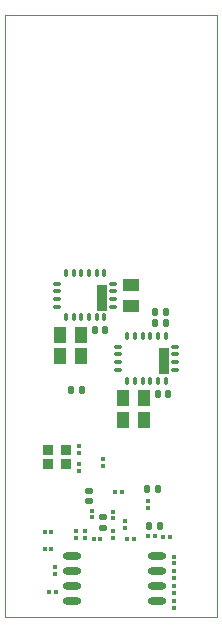
<source format=gbp>
%FSLAX44Y44*%
%MOMM*%
G71*
G01*
G75*
G04 Layer_Color=128*
G04:AMPARAMS|DCode=10|XSize=0.6mm|YSize=0.5mm|CornerRadius=0.05mm|HoleSize=0mm|Usage=FLASHONLY|Rotation=270.000|XOffset=0mm|YOffset=0mm|HoleType=Round|Shape=RoundedRectangle|*
%AMROUNDEDRECTD10*
21,1,0.6000,0.4000,0,0,270.0*
21,1,0.5000,0.5000,0,0,270.0*
1,1,0.1000,-0.2000,-0.2500*
1,1,0.1000,-0.2000,0.2500*
1,1,0.1000,0.2000,0.2500*
1,1,0.1000,0.2000,-0.2500*
%
%ADD10ROUNDEDRECTD10*%
G04:AMPARAMS|DCode=11|XSize=0.4mm|YSize=0.37mm|CornerRadius=0.037mm|HoleSize=0mm|Usage=FLASHONLY|Rotation=90.000|XOffset=0mm|YOffset=0mm|HoleType=Round|Shape=RoundedRectangle|*
%AMROUNDEDRECTD11*
21,1,0.4000,0.2960,0,0,90.0*
21,1,0.3260,0.3700,0,0,90.0*
1,1,0.0740,0.1480,0.1630*
1,1,0.0740,0.1480,-0.1630*
1,1,0.0740,-0.1480,-0.1630*
1,1,0.0740,-0.1480,0.1630*
%
%ADD11ROUNDEDRECTD11*%
%ADD12R,0.5400X0.7400*%
%ADD13R,0.7400X0.5400*%
G04:AMPARAMS|DCode=14|XSize=0.8mm|YSize=0.8mm|CornerRadius=0.12mm|HoleSize=0mm|Usage=FLASHONLY|Rotation=0.000|XOffset=0mm|YOffset=0mm|HoleType=Round|Shape=RoundedRectangle|*
%AMROUNDEDRECTD14*
21,1,0.8000,0.5600,0,0,0.0*
21,1,0.5600,0.8000,0,0,0.0*
1,1,0.2400,0.2800,-0.2800*
1,1,0.2400,-0.2800,-0.2800*
1,1,0.2400,-0.2800,0.2800*
1,1,0.2400,0.2800,0.2800*
%
%ADD14ROUNDEDRECTD14*%
%ADD15C,0.3500*%
%ADD16O,1.4000X0.6000*%
G04:AMPARAMS|DCode=17|XSize=0.8mm|YSize=0.8mm|CornerRadius=0.12mm|HoleSize=0mm|Usage=FLASHONLY|Rotation=270.000|XOffset=0mm|YOffset=0mm|HoleType=Round|Shape=RoundedRectangle|*
%AMROUNDEDRECTD17*
21,1,0.8000,0.5600,0,0,270.0*
21,1,0.5600,0.8000,0,0,270.0*
1,1,0.2400,-0.2800,-0.2800*
1,1,0.2400,-0.2800,0.2800*
1,1,0.2400,0.2800,0.2800*
1,1,0.2400,0.2800,-0.2800*
%
%ADD17ROUNDEDRECTD17*%
G04:AMPARAMS|DCode=18|XSize=0.6mm|YSize=0.5mm|CornerRadius=0.05mm|HoleSize=0mm|Usage=FLASHONLY|Rotation=180.000|XOffset=0mm|YOffset=0mm|HoleType=Round|Shape=RoundedRectangle|*
%AMROUNDEDRECTD18*
21,1,0.6000,0.4000,0,0,180.0*
21,1,0.5000,0.5000,0,0,180.0*
1,1,0.1000,-0.2500,0.2000*
1,1,0.1000,0.2500,0.2000*
1,1,0.1000,0.2500,-0.2000*
1,1,0.1000,-0.2500,-0.2000*
%
%ADD18ROUNDEDRECTD18*%
%ADD19O,0.8000X1.4700*%
G04:AMPARAMS|DCode=20|XSize=0.95mm|YSize=0.85mm|CornerRadius=0.2125mm|HoleSize=0mm|Usage=FLASHONLY|Rotation=180.000|XOffset=0mm|YOffset=0mm|HoleType=Round|Shape=RoundedRectangle|*
%AMROUNDEDRECTD20*
21,1,0.9500,0.4250,0,0,180.0*
21,1,0.5250,0.8500,0,0,180.0*
1,1,0.4250,-0.2625,0.2125*
1,1,0.4250,0.2625,0.2125*
1,1,0.4250,0.2625,-0.2125*
1,1,0.4250,-0.2625,-0.2125*
%
%ADD20ROUNDEDRECTD20*%
G04:AMPARAMS|DCode=21|XSize=1mm|YSize=0.6mm|CornerRadius=0.15mm|HoleSize=0mm|Usage=FLASHONLY|Rotation=180.000|XOffset=0mm|YOffset=0mm|HoleType=Round|Shape=RoundedRectangle|*
%AMROUNDEDRECTD21*
21,1,1.0000,0.3000,0,0,180.0*
21,1,0.7000,0.6000,0,0,180.0*
1,1,0.3000,-0.3500,0.1500*
1,1,0.3000,0.3500,0.1500*
1,1,0.3000,0.3500,-0.1500*
1,1,0.3000,-0.3500,-0.1500*
%
%ADD21ROUNDEDRECTD21*%
G04:AMPARAMS|DCode=22|XSize=1.45mm|YSize=1.4mm|CornerRadius=0.35mm|HoleSize=0mm|Usage=FLASHONLY|Rotation=0.000|XOffset=0mm|YOffset=0mm|HoleType=Round|Shape=RoundedRectangle|*
%AMROUNDEDRECTD22*
21,1,1.4500,0.7000,0,0,0.0*
21,1,0.7500,1.4000,0,0,0.0*
1,1,0.7000,0.3750,-0.3500*
1,1,0.7000,-0.3750,-0.3500*
1,1,0.7000,-0.3750,0.3500*
1,1,0.7000,0.3750,0.3500*
%
%ADD22ROUNDEDRECTD22*%
G04:AMPARAMS|DCode=23|XSize=0.6mm|YSize=1.25mm|CornerRadius=0.15mm|HoleSize=0mm|Usage=FLASHONLY|Rotation=0.000|XOffset=0mm|YOffset=0mm|HoleType=Round|Shape=RoundedRectangle|*
%AMROUNDEDRECTD23*
21,1,0.6000,0.9500,0,0,0.0*
21,1,0.3000,1.2500,0,0,0.0*
1,1,0.3000,0.1500,-0.4750*
1,1,0.3000,-0.1500,-0.4750*
1,1,0.3000,-0.1500,0.4750*
1,1,0.3000,0.1500,0.4750*
%
%ADD23ROUNDEDRECTD23*%
G04:AMPARAMS|DCode=24|XSize=3.79mm|YSize=1.2mm|CornerRadius=0.3mm|HoleSize=0mm|Usage=FLASHONLY|Rotation=270.000|XOffset=0mm|YOffset=0mm|HoleType=Round|Shape=RoundedRectangle|*
%AMROUNDEDRECTD24*
21,1,3.7900,0.6000,0,0,270.0*
21,1,3.1900,1.2000,0,0,270.0*
1,1,0.6000,-0.3000,-1.5950*
1,1,0.6000,-0.3000,1.5950*
1,1,0.6000,0.3000,1.5950*
1,1,0.6000,0.3000,-1.5950*
%
%ADD24ROUNDEDRECTD24*%
G04:AMPARAMS|DCode=25|XSize=0.76mm|YSize=0.27mm|CornerRadius=0.027mm|HoleSize=0mm|Usage=FLASHONLY|Rotation=180.000|XOffset=0mm|YOffset=0mm|HoleType=Round|Shape=RoundedRectangle|*
%AMROUNDEDRECTD25*
21,1,0.7600,0.2160,0,0,180.0*
21,1,0.7060,0.2700,0,0,180.0*
1,1,0.0540,-0.3530,0.1080*
1,1,0.0540,0.3530,0.1080*
1,1,0.0540,0.3530,-0.1080*
1,1,0.0540,-0.3530,-0.1080*
%
%ADD25ROUNDEDRECTD25*%
G04:AMPARAMS|DCode=26|XSize=0.76mm|YSize=0.27mm|CornerRadius=0.027mm|HoleSize=0mm|Usage=FLASHONLY|Rotation=90.000|XOffset=0mm|YOffset=0mm|HoleType=Round|Shape=RoundedRectangle|*
%AMROUNDEDRECTD26*
21,1,0.7600,0.2160,0,0,90.0*
21,1,0.7060,0.2700,0,0,90.0*
1,1,0.0540,0.1080,0.3530*
1,1,0.0540,0.1080,-0.3530*
1,1,0.0540,-0.1080,-0.3530*
1,1,0.0540,-0.1080,0.3530*
%
%ADD26ROUNDEDRECTD26*%
G04:AMPARAMS|DCode=27|XSize=0.4mm|YSize=0.37mm|CornerRadius=0.037mm|HoleSize=0mm|Usage=FLASHONLY|Rotation=0.000|XOffset=0mm|YOffset=0mm|HoleType=Round|Shape=RoundedRectangle|*
%AMROUNDEDRECTD27*
21,1,0.4000,0.2960,0,0,0.0*
21,1,0.3260,0.3700,0,0,0.0*
1,1,0.0740,0.1630,-0.1480*
1,1,0.0740,-0.1630,-0.1480*
1,1,0.0740,-0.1630,0.1480*
1,1,0.0740,0.1630,0.1480*
%
%ADD27ROUNDEDRECTD27*%
%ADD28C,0.0750*%
%ADD29C,0.0751*%
%ADD30C,0.1000*%
%ADD31C,0.3000*%
%ADD32C,0.1500*%
%ADD33C,0.0100*%
%ADD34C,1.5000*%
%ADD35R,1.5000X1.5000*%
%ADD36R,1.5000X1.5000*%
%ADD37C,0.8000*%
G04:AMPARAMS|DCode=38|XSize=0.3mm|YSize=0.6mm|CornerRadius=0.0495mm|HoleSize=0mm|Usage=FLASHONLY|Rotation=270.000|XOffset=0mm|YOffset=0mm|HoleType=Round|Shape=RoundedRectangle|*
%AMROUNDEDRECTD38*
21,1,0.3000,0.5010,0,0,270.0*
21,1,0.2010,0.6000,0,0,270.0*
1,1,0.0990,-0.2505,-0.1005*
1,1,0.0990,-0.2505,0.1005*
1,1,0.0990,0.2505,0.1005*
1,1,0.0990,0.2505,-0.1005*
%
%ADD38ROUNDEDRECTD38*%
G04:AMPARAMS|DCode=39|XSize=0.3mm|YSize=0.6mm|CornerRadius=0.0495mm|HoleSize=0mm|Usage=FLASHONLY|Rotation=0.000|XOffset=0mm|YOffset=0mm|HoleType=Round|Shape=RoundedRectangle|*
%AMROUNDEDRECTD39*
21,1,0.3000,0.5010,0,0,0.0*
21,1,0.2010,0.6000,0,0,0.0*
1,1,0.0990,0.1005,-0.2505*
1,1,0.0990,-0.1005,-0.2505*
1,1,0.0990,-0.1005,0.2505*
1,1,0.0990,0.1005,0.2505*
%
%ADD39ROUNDEDRECTD39*%
%ADD40R,0.9000X2.2500*%
G04:AMPARAMS|DCode=41|XSize=1.38mm|YSize=1.05mm|CornerRadius=0.105mm|HoleSize=0mm|Usage=FLASHONLY|Rotation=0.000|XOffset=0mm|YOffset=0mm|HoleType=Round|Shape=RoundedRectangle|*
%AMROUNDEDRECTD41*
21,1,1.3800,0.8400,0,0,0.0*
21,1,1.1700,1.0500,0,0,0.0*
1,1,0.2100,0.5850,-0.4200*
1,1,0.2100,-0.5850,-0.4200*
1,1,0.2100,-0.5850,0.4200*
1,1,0.2100,0.5850,0.4200*
%
%ADD41ROUNDEDRECTD41*%
G04:AMPARAMS|DCode=42|XSize=1.38mm|YSize=1.05mm|CornerRadius=0.105mm|HoleSize=0mm|Usage=FLASHONLY|Rotation=270.000|XOffset=0mm|YOffset=0mm|HoleType=Round|Shape=RoundedRectangle|*
%AMROUNDEDRECTD42*
21,1,1.3800,0.8400,0,0,270.0*
21,1,1.1700,1.0500,0,0,270.0*
1,1,0.2100,-0.4200,-0.5850*
1,1,0.2100,-0.4200,0.5850*
1,1,0.2100,0.4200,0.5850*
1,1,0.2100,0.4200,-0.5850*
%
%ADD42ROUNDEDRECTD42*%
G04:AMPARAMS|DCode=43|XSize=0.9mm|YSize=0.8mm|CornerRadius=0.08mm|HoleSize=0mm|Usage=FLASHONLY|Rotation=180.000|XOffset=0mm|YOffset=0mm|HoleType=Round|Shape=RoundedRectangle|*
%AMROUNDEDRECTD43*
21,1,0.9000,0.6400,0,0,180.0*
21,1,0.7400,0.8000,0,0,180.0*
1,1,0.1600,-0.3700,0.3200*
1,1,0.1600,0.3700,0.3200*
1,1,0.1600,0.3700,-0.3200*
1,1,0.1600,-0.3700,-0.3200*
%
%ADD43ROUNDEDRECTD43*%
%ADD44O,1.6000X0.6000*%
%ADD45C,0.2000*%
%ADD46C,0.2540*%
%ADD47C,0.2500*%
%ADD48C,0.6000*%
%ADD49C,0.5000*%
%ADD50C,0.1200*%
%ADD51C,0.1500*%
D10*
X136100Y257800D02*
D03*
X127100D02*
D03*
X127100Y248800D02*
D03*
X136100D02*
D03*
X64900Y191800D02*
D03*
X55900D02*
D03*
X130900Y77200D02*
D03*
X121900D02*
D03*
X129300Y108200D02*
D03*
X120300D02*
D03*
X129000Y188600D02*
D03*
X138000D02*
D03*
X75500Y242500D02*
D03*
X84500D02*
D03*
D11*
X92650Y106000D02*
D03*
X98350D02*
D03*
X36950Y20800D02*
D03*
X42650D02*
D03*
X38850Y57100D02*
D03*
X33150D02*
D03*
X33250Y71500D02*
D03*
X38950D02*
D03*
X109100Y66200D02*
D03*
X103400D02*
D03*
X139150Y67800D02*
D03*
X133450D02*
D03*
X126550Y68400D02*
D03*
X120850D02*
D03*
X80350Y66100D02*
D03*
X74650D02*
D03*
D18*
X70600Y97700D02*
D03*
Y106700D02*
D03*
X82400Y75500D02*
D03*
Y84500D02*
D03*
D27*
X143000Y20350D02*
D03*
Y26050D02*
D03*
X62100Y144750D02*
D03*
Y139050D02*
D03*
X82900Y127550D02*
D03*
Y133250D02*
D03*
X62100Y129550D02*
D03*
Y123850D02*
D03*
X143000Y38550D02*
D03*
Y32850D02*
D03*
Y7850D02*
D03*
Y13550D02*
D03*
X41900Y36250D02*
D03*
Y41950D02*
D03*
X59600Y72650D02*
D03*
Y66950D02*
D03*
X121100Y92150D02*
D03*
Y97850D02*
D03*
X143000Y45250D02*
D03*
Y50950D02*
D03*
X101200Y75250D02*
D03*
Y80950D02*
D03*
X91400Y72850D02*
D03*
Y67150D02*
D03*
X91200Y89150D02*
D03*
Y83450D02*
D03*
X67700Y66950D02*
D03*
Y72650D02*
D03*
X73200Y84150D02*
D03*
Y89850D02*
D03*
D33*
X0Y0D02*
Y510000D01*
X179000D01*
X0Y0D02*
X179000Y-0D01*
Y510000D01*
D38*
X91500Y262750D02*
D03*
Y282250D02*
D03*
Y275750D02*
D03*
Y269250D02*
D03*
X43500D02*
D03*
Y275750D02*
D03*
Y282250D02*
D03*
Y262750D02*
D03*
X143500Y209250D02*
D03*
Y228750D02*
D03*
Y222250D02*
D03*
Y215750D02*
D03*
X95500D02*
D03*
Y222250D02*
D03*
Y228750D02*
D03*
Y209250D02*
D03*
D39*
X83750Y291500D02*
D03*
X77250D02*
D03*
X70750D02*
D03*
X64250D02*
D03*
X57750D02*
D03*
X51250D02*
D03*
X51250Y253500D02*
D03*
X57750D02*
D03*
X64250D02*
D03*
X70750D02*
D03*
X77250D02*
D03*
X83750D02*
D03*
X135750Y238000D02*
D03*
X129250D02*
D03*
X122750D02*
D03*
X116250D02*
D03*
X109750D02*
D03*
X103250D02*
D03*
X103250Y200000D02*
D03*
X109750D02*
D03*
X116250D02*
D03*
X122750D02*
D03*
X129250D02*
D03*
X135750D02*
D03*
D40*
X82000Y269750D02*
D03*
X134000Y216250D02*
D03*
D41*
X106500Y262800D02*
D03*
Y280600D02*
D03*
D42*
X99600Y167000D02*
D03*
X117400D02*
D03*
X45975Y220500D02*
D03*
X63775D02*
D03*
X99600Y185000D02*
D03*
X117400D02*
D03*
X45975Y238500D02*
D03*
X63775D02*
D03*
D43*
X51100Y129400D02*
D03*
X36100D02*
D03*
Y141400D02*
D03*
X51100D02*
D03*
D44*
X128500Y51550D02*
D03*
Y38850D02*
D03*
Y26150D02*
D03*
Y13450D02*
D03*
X56500Y51550D02*
D03*
Y38850D02*
D03*
Y26150D02*
D03*
Y13450D02*
D03*
M02*

</source>
